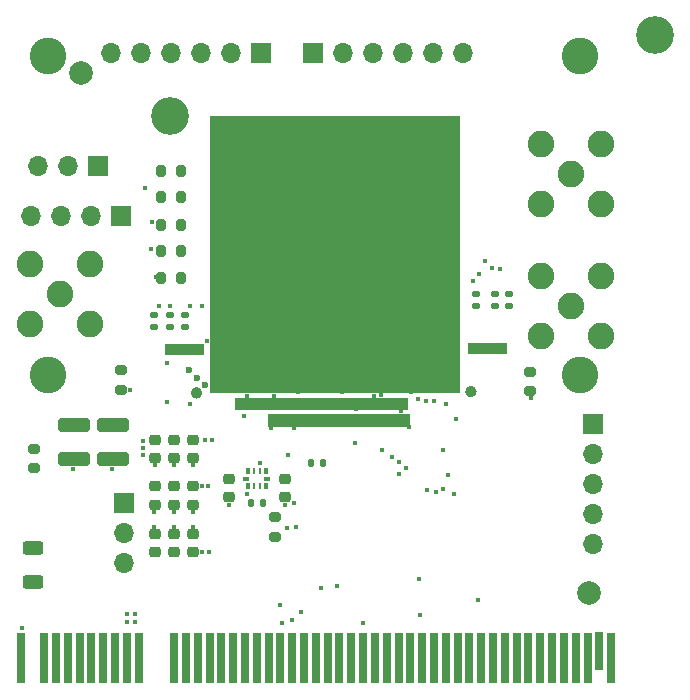
<source format=gbr>
G04 #@! TF.GenerationSoftware,KiCad,Pcbnew,(6.0.10)*
G04 #@! TF.CreationDate,2023-02-01T11:06:55+01:00*
G04 #@! TF.ProjectId,astropix_v3,61737472-6f70-4697-985f-76332e6b6963,1.0*
G04 #@! TF.SameCoordinates,Original*
G04 #@! TF.FileFunction,Soldermask,Top*
G04 #@! TF.FilePolarity,Negative*
%FSLAX46Y46*%
G04 Gerber Fmt 4.6, Leading zero omitted, Abs format (unit mm)*
G04 Created by KiCad (PCBNEW (6.0.10)) date 2023-02-01 11:06:55*
%MOMM*%
%LPD*%
G01*
G04 APERTURE LIST*
G04 Aperture macros list*
%AMRoundRect*
0 Rectangle with rounded corners*
0 $1 Rounding radius*
0 $2 $3 $4 $5 $6 $7 $8 $9 X,Y pos of 4 corners*
0 Add a 4 corners polygon primitive as box body*
4,1,4,$2,$3,$4,$5,$6,$7,$8,$9,$2,$3,0*
0 Add four circle primitives for the rounded corners*
1,1,$1+$1,$2,$3*
1,1,$1+$1,$4,$5*
1,1,$1+$1,$6,$7*
1,1,$1+$1,$8,$9*
0 Add four rect primitives between the rounded corners*
20,1,$1+$1,$2,$3,$4,$5,0*
20,1,$1+$1,$4,$5,$6,$7,0*
20,1,$1+$1,$6,$7,$8,$9,0*
20,1,$1+$1,$8,$9,$2,$3,0*%
G04 Aperture macros list end*
%ADD10C,0.120000*%
%ADD11C,0.475000*%
%ADD12C,0.100000*%
%ADD13C,3.200000*%
%ADD14RoundRect,0.225000X-0.250000X0.225000X-0.250000X-0.225000X0.250000X-0.225000X0.250000X0.225000X0*%
%ADD15C,2.250000*%
%ADD16R,1.700000X1.700000*%
%ADD17O,1.700000X1.700000*%
%ADD18RoundRect,0.249999X1.100001X-0.325001X1.100001X0.325001X-1.100001X0.325001X-1.100001X-0.325001X0*%
%ADD19C,2.000000*%
%ADD20RoundRect,0.249997X-0.625003X0.312503X-0.625003X-0.312503X0.625003X-0.312503X0.625003X0.312503X0*%
%ADD21R,0.300000X0.575000*%
%ADD22R,0.250000X0.575000*%
%ADD23R,0.630000X0.350000*%
%ADD24RoundRect,0.135000X-0.135000X-0.185000X0.135000X-0.185000X0.135000X0.185000X-0.135000X0.185000X0*%
%ADD25R,0.700000X4.300000*%
%ADD26R,0.700000X3.200000*%
%ADD27RoundRect,0.225000X0.250000X-0.225000X0.250000X0.225000X-0.250000X0.225000X-0.250000X-0.225000X0*%
%ADD28RoundRect,0.200000X0.275000X-0.200000X0.275000X0.200000X-0.275000X0.200000X-0.275000X-0.200000X0*%
%ADD29RoundRect,0.135000X0.185000X-0.135000X0.185000X0.135000X-0.185000X0.135000X-0.185000X-0.135000X0*%
%ADD30RoundRect,0.135000X-0.185000X0.135000X-0.185000X-0.135000X0.185000X-0.135000X0.185000X0.135000X0*%
%ADD31C,3.100000*%
%ADD32R,19.210000X19.980000*%
%ADD33R,0.125000X0.500000*%
%ADD34R,0.125000X0.600000*%
%ADD35R,0.100000X0.100000*%
%ADD36R,0.600000X0.125000*%
%ADD37C,0.600000*%
%ADD38RoundRect,0.200000X-0.200000X-0.275000X0.200000X-0.275000X0.200000X0.275000X-0.200000X0.275000X0*%
%ADD39RoundRect,0.200000X-0.275000X0.200000X-0.275000X-0.200000X0.275000X-0.200000X0.275000X0.200000X0*%
%ADD40C,0.450000*%
G04 APERTURE END LIST*
D10*
G04 #@! TO.C,U5*
X124350000Y-83750000D02*
X138867000Y-83750000D01*
X138867000Y-83750000D02*
X138867000Y-84750000D01*
X138867000Y-84750000D02*
X124350000Y-84750000D01*
X124350000Y-84750000D02*
X124350000Y-83750000D01*
G36*
X124350000Y-83750000D02*
G01*
X138867000Y-83750000D01*
X138867000Y-84750000D01*
X124350000Y-84750000D01*
X124350000Y-83750000D01*
G37*
X127154000Y-85150000D02*
X139033000Y-85150000D01*
X139033000Y-85150000D02*
X139033000Y-86150000D01*
X139033000Y-86150000D02*
X127154000Y-86150000D01*
X127154000Y-86150000D02*
X127154000Y-85150000D01*
G36*
X127154000Y-85150000D02*
G01*
X139033000Y-85150000D01*
X139033000Y-86150000D01*
X127154000Y-86150000D01*
X127154000Y-85150000D01*
G37*
D11*
X144537500Y-83250000D02*
G75*
G03*
X144537500Y-83250000I-237500J0D01*
G01*
X121312500Y-83350000D02*
G75*
G03*
X121312500Y-83350000I-237500J0D01*
G01*
G36*
X147250000Y-80000000D02*
G01*
X144050000Y-80000000D01*
X144050000Y-79150000D01*
X147250000Y-79150000D01*
X147250000Y-80000000D01*
G37*
D12*
X147250000Y-80000000D02*
X144050000Y-80000000D01*
X144050000Y-79150000D01*
X147250000Y-79150000D01*
X147250000Y-80000000D01*
G36*
X143250000Y-83300000D02*
G01*
X122250000Y-83300000D01*
X122250000Y-59900000D01*
X143250000Y-59900000D01*
X143250000Y-83300000D01*
G37*
X143250000Y-83300000D02*
X122250000Y-83300000D01*
X122250000Y-59900000D01*
X143250000Y-59900000D01*
X143250000Y-83300000D01*
G36*
X121600000Y-80100000D02*
G01*
X118400000Y-80100000D01*
X118400000Y-79250000D01*
X121600000Y-79250000D01*
X121600000Y-80100000D01*
G37*
X121600000Y-80100000D02*
X118400000Y-80100000D01*
X118400000Y-79250000D01*
X121600000Y-79250000D01*
X121600000Y-80100000D01*
G04 #@! TD*
D13*
G04 #@! TO.C,H2*
X159875000Y-53075000D03*
G04 #@! TD*
D14*
G04 #@! TO.C,C8*
X120751600Y-91274600D03*
X120751600Y-92824600D03*
G04 #@! TD*
G04 #@! TO.C,C9*
X119176800Y-91274600D03*
X119176800Y-92824600D03*
G04 #@! TD*
G04 #@! TO.C,C10*
X117551200Y-91274600D03*
X117551200Y-92824600D03*
G04 #@! TD*
D15*
G04 #@! TO.C,J6*
X109520000Y-75000000D03*
X106980000Y-72460000D03*
X112060000Y-77540000D03*
X106980000Y-77540000D03*
X112060000Y-72460000D03*
G04 #@! TD*
D16*
G04 #@! TO.C,J9*
X126492000Y-54610000D03*
D17*
X123952000Y-54610000D03*
X121412000Y-54610000D03*
X118872000Y-54610000D03*
X116332000Y-54610000D03*
X113792000Y-54610000D03*
G04 #@! TD*
D18*
G04 #@! TO.C,C6*
X110693200Y-88978000D03*
X110693200Y-86028000D03*
G04 #@! TD*
G04 #@! TO.C,C4*
X113995200Y-88978000D03*
X113995200Y-86028000D03*
G04 #@! TD*
D19*
G04 #@! TO.C,FID2*
X154305000Y-100330000D03*
G04 #@! TD*
D20*
G04 #@! TO.C,R1*
X107188000Y-96479900D03*
X107188000Y-99404900D03*
G04 #@! TD*
D16*
G04 #@! TO.C,J10*
X130937000Y-54610000D03*
D17*
X133477000Y-54610000D03*
X136017000Y-54610000D03*
X138557000Y-54610000D03*
X141097000Y-54610000D03*
X143637000Y-54610000D03*
G04 #@! TD*
D21*
G04 #@! TO.C,U2*
X125410001Y-91237504D03*
D22*
X125910001Y-91237504D03*
X126410001Y-91237504D03*
D21*
X126910001Y-91237504D03*
D23*
X127020001Y-90600004D03*
D21*
X126910001Y-89962504D03*
D22*
X126410001Y-89962504D03*
X125910001Y-89962504D03*
D21*
X125410001Y-89962504D03*
D23*
X125300001Y-90600004D03*
G04 #@! TD*
D24*
G04 #@! TO.C,R3*
X125650001Y-92682804D03*
X126670001Y-92682804D03*
G04 #@! TD*
D14*
G04 #@! TO.C,C12*
X128573001Y-90637804D03*
X128573001Y-92187804D03*
G04 #@! TD*
D25*
G04 #@! TO.C,J1*
X106172000Y-105791000D03*
X108172000Y-105791000D03*
X109172000Y-105791000D03*
X110172000Y-105791000D03*
X111172000Y-105791000D03*
X112172000Y-105791000D03*
X113172000Y-105791000D03*
X114172000Y-105791000D03*
X115172000Y-105791000D03*
X116172000Y-105791000D03*
X119172000Y-105791000D03*
X120172000Y-105791000D03*
X121172000Y-105791000D03*
X122172000Y-105791000D03*
X123172000Y-105791000D03*
X124172000Y-105791000D03*
X125172000Y-105791000D03*
X126172000Y-105791000D03*
X127172000Y-105791000D03*
X128172000Y-105791000D03*
X129172000Y-105791000D03*
X130172000Y-105791000D03*
X131172000Y-105791000D03*
X132172000Y-105791000D03*
X133172000Y-105791000D03*
X134172000Y-105791000D03*
X135172000Y-105791000D03*
X136172000Y-105791000D03*
X137172000Y-105791000D03*
X138172000Y-105791000D03*
X139172000Y-105791000D03*
X140172000Y-105791000D03*
X141172000Y-105791000D03*
X142172000Y-105791000D03*
X143172000Y-105791000D03*
X144172000Y-105791000D03*
X145172000Y-105791000D03*
X146172000Y-105791000D03*
X147172000Y-105791000D03*
X148172000Y-105791000D03*
X149172000Y-105791000D03*
X150172000Y-105791000D03*
X151172000Y-105791000D03*
X152172000Y-105791000D03*
X153172000Y-105791000D03*
X154172000Y-105791000D03*
D26*
X155172000Y-105241000D03*
D25*
X156172000Y-105791000D03*
G04 #@! TD*
D16*
G04 #@! TO.C,JP1*
X114909600Y-92710000D03*
D17*
X114909600Y-95250000D03*
X114909600Y-97790000D03*
G04 #@! TD*
D27*
G04 #@! TO.C,C11*
X120751600Y-96863200D03*
X120751600Y-95313200D03*
G04 #@! TD*
G04 #@! TO.C,C13*
X119151400Y-96863200D03*
X119151400Y-95313200D03*
G04 #@! TD*
D14*
G04 #@! TO.C,C7*
X123797801Y-90637804D03*
X123797801Y-92187804D03*
G04 #@! TD*
D28*
G04 #@! TO.C,R12*
X107315000Y-89725000D03*
X107315000Y-88075000D03*
G04 #@! TD*
D27*
G04 #@! TO.C,C14*
X117576600Y-96863200D03*
X117576600Y-95313200D03*
G04 #@! TD*
D29*
G04 #@! TO.C,R13*
X120100000Y-77810000D03*
X120100000Y-76790000D03*
G04 #@! TD*
G04 #@! TO.C,R14*
X117500000Y-77810000D03*
X117500000Y-76790000D03*
G04 #@! TD*
D30*
G04 #@! TO.C,R17*
X146300000Y-74990000D03*
X146300000Y-76010000D03*
G04 #@! TD*
G04 #@! TO.C,R18*
X144700000Y-74990000D03*
X144700000Y-76010000D03*
G04 #@! TD*
D29*
G04 #@! TO.C,R10*
X118800000Y-77810000D03*
X118800000Y-76790000D03*
G04 #@! TD*
D30*
G04 #@! TO.C,R8*
X147500000Y-74990000D03*
X147500000Y-76010000D03*
G04 #@! TD*
D13*
G04 #@! TO.C,H1*
X118850000Y-59950000D03*
G04 #@! TD*
D19*
G04 #@! TO.C,FID1*
X111300000Y-56300000D03*
G04 #@! TD*
D15*
G04 #@! TO.C,J5*
X152800000Y-64800000D03*
X155340000Y-67340000D03*
X155340000Y-62260000D03*
X150260000Y-62260000D03*
X150260000Y-67340000D03*
G04 #@! TD*
D31*
G04 #@! TO.C,H3*
X108500000Y-81800000D03*
X153500000Y-81800000D03*
X153500000Y-54800000D03*
X108500000Y-54800000D03*
G04 #@! TD*
D28*
G04 #@! TO.C,R11*
X114650000Y-83075000D03*
X114650000Y-81425000D03*
G04 #@! TD*
D15*
G04 #@! TO.C,J4*
X152800000Y-76000000D03*
X150260000Y-78540000D03*
X155340000Y-73460000D03*
X150260000Y-73460000D03*
X155340000Y-78540000D03*
G04 #@! TD*
D32*
G04 #@! TO.C,U5*
X132705000Y-70600000D03*
D33*
X123725000Y-82940000D03*
X123850000Y-82940000D03*
X123975000Y-82940000D03*
X124110000Y-82940000D03*
D34*
X124585000Y-84250000D03*
X125385000Y-82850000D03*
X125585000Y-84250000D03*
X127385000Y-85700000D03*
X127585000Y-82850000D03*
X129385000Y-85700000D03*
X129585000Y-82850000D03*
X131535000Y-85700000D03*
X131785000Y-85700000D03*
X131985000Y-82850000D03*
X132085000Y-85700000D03*
X132185000Y-84250000D03*
X132285000Y-82850000D03*
X132385000Y-85700000D03*
X132485000Y-84250000D03*
X132585000Y-82850000D03*
X132685000Y-85700000D03*
X132785000Y-84250000D03*
X132885000Y-82850000D03*
X132985000Y-85700000D03*
X133185000Y-82850000D03*
X134685000Y-85700000D03*
X134785000Y-84250000D03*
X135085000Y-84250000D03*
X135285000Y-85700000D03*
X135485000Y-82850000D03*
X135585000Y-85700000D03*
X135685000Y-84250000D03*
X135785000Y-82850000D03*
X135885000Y-85700000D03*
X136085000Y-82850000D03*
X136685000Y-82850000D03*
X136785000Y-85700000D03*
X136885000Y-84250000D03*
X136985000Y-82850000D03*
X137285000Y-82850000D03*
X137385000Y-85700000D03*
X137485000Y-84250000D03*
X137785000Y-84250000D03*
X138085000Y-84250000D03*
X138385000Y-84250000D03*
X138685000Y-84250000D03*
D35*
X138785000Y-81600000D03*
D34*
X138885000Y-85700000D03*
X139985000Y-83025000D03*
X140285000Y-83025000D03*
X140585000Y-83025000D03*
X140885000Y-83025000D03*
D33*
X141465000Y-83013000D03*
X141590000Y-83013000D03*
X141715000Y-83013000D03*
X141850000Y-83013000D03*
D36*
X118850000Y-79345000D03*
X120050000Y-79445000D03*
X121200000Y-79545000D03*
X118850000Y-79645000D03*
X120050000Y-79745000D03*
X121200000Y-79845000D03*
X146800000Y-79845000D03*
X145600000Y-79745000D03*
X144450000Y-79645000D03*
X146800000Y-79545000D03*
X145600000Y-79445000D03*
X144450000Y-79345000D03*
D37*
X120400000Y-81400000D03*
X121100000Y-82100000D03*
X121800000Y-82700000D03*
G04 #@! TD*
D16*
G04 #@! TO.C,J2*
X114700000Y-68400000D03*
D17*
X112160000Y-68400000D03*
X109620000Y-68400000D03*
X107080000Y-68400000D03*
G04 #@! TD*
D38*
G04 #@! TO.C,R9*
X118100000Y-66800000D03*
X119750000Y-66800000D03*
G04 #@! TD*
D14*
G04 #@! TO.C,C2*
X120800000Y-87325000D03*
X120800000Y-88875000D03*
G04 #@! TD*
D38*
G04 #@! TO.C,R16*
X118100000Y-71300000D03*
X119750000Y-71300000D03*
G04 #@! TD*
D14*
G04 #@! TO.C,C15*
X119150000Y-87325000D03*
X119150000Y-88875000D03*
G04 #@! TD*
D24*
G04 #@! TO.C,R4*
X130790000Y-89300000D03*
X131810000Y-89300000D03*
G04 #@! TD*
D38*
G04 #@! TO.C,R19*
X118100000Y-73600000D03*
X119750000Y-73600000D03*
G04 #@! TD*
D39*
G04 #@! TO.C,R5*
X127700000Y-93900000D03*
X127700000Y-95550000D03*
G04 #@! TD*
D38*
G04 #@! TO.C,R6*
X118100000Y-64600000D03*
X119750000Y-64600000D03*
G04 #@! TD*
D16*
G04 #@! TO.C,J7*
X112700000Y-64100000D03*
D17*
X110160000Y-64100000D03*
X107620000Y-64100000D03*
G04 #@! TD*
D16*
G04 #@! TO.C,J3*
X154600000Y-85960000D03*
D17*
X154600000Y-88500000D03*
X154600000Y-91040000D03*
X154600000Y-93580000D03*
X154600000Y-96120000D03*
G04 #@! TD*
D14*
G04 #@! TO.C,C1*
X117550000Y-87325000D03*
X117550000Y-88875000D03*
G04 #@! TD*
D38*
G04 #@! TO.C,R15*
X118100000Y-69100000D03*
X119750000Y-69100000D03*
G04 #@! TD*
D39*
G04 #@! TO.C,R2*
X149300000Y-81575000D03*
X149300000Y-83225000D03*
G04 #@! TD*
D40*
X138300000Y-79400000D03*
X122025400Y-91274600D03*
X121523700Y-91274600D03*
X121551404Y-96863200D03*
X122123200Y-96850200D03*
X118600000Y-84100000D03*
X142200000Y-84300000D03*
X120525279Y-84289388D03*
X115400000Y-83100000D03*
X136800000Y-88200000D03*
X141900000Y-88200000D03*
X129901386Y-101901386D03*
X128750000Y-94800000D03*
X143000000Y-85600000D03*
X136085000Y-83635000D03*
X135200000Y-102800000D03*
X134508715Y-87608887D03*
X141312479Y-91777953D03*
X140561501Y-91609631D03*
X138175249Y-90216461D03*
X128800000Y-88600000D03*
X128300000Y-102850000D03*
X129338489Y-92700000D03*
X129500000Y-94700000D03*
X128547601Y-92809810D03*
X139088000Y-86200000D03*
X120777000Y-94742000D03*
X125347197Y-91920804D03*
X136657557Y-83538000D03*
X149411002Y-83757228D03*
X125385000Y-83585000D03*
X117500400Y-93421200D03*
X129338000Y-86300000D03*
X119150000Y-89450000D03*
X115824000Y-102717600D03*
X119176800Y-93421200D03*
X134611520Y-84750000D03*
X129700000Y-83300000D03*
X115214400Y-102743000D03*
X120800000Y-89450000D03*
X131750000Y-83000000D03*
X120751600Y-93421200D03*
X117550000Y-89450000D03*
X115824000Y-102108000D03*
X138350000Y-84900000D03*
X110642400Y-89814400D03*
X117500388Y-94691200D03*
X123797801Y-92835204D03*
X133350000Y-83250000D03*
X119151402Y-94691200D03*
X127600000Y-83600000D03*
X126439401Y-89253804D03*
X115214400Y-102108000D03*
X127400000Y-86300000D03*
X135412000Y-86100000D03*
X137550000Y-82850000D03*
X113944400Y-89814398D03*
X129150000Y-102600000D03*
X128152446Y-101285102D03*
X106297030Y-103276400D03*
X117900000Y-76000000D03*
X118807298Y-76007298D03*
X121991250Y-78991250D03*
X121500000Y-76000000D03*
X120552861Y-75952861D03*
X146100000Y-72800000D03*
X144500000Y-73900000D03*
X146800000Y-72900000D03*
X145500000Y-72200000D03*
X144997500Y-73300000D03*
X132981510Y-99685838D03*
X131600000Y-99900000D03*
X139900000Y-99100000D03*
X144900000Y-100900000D03*
X141200000Y-84000000D03*
X116694142Y-66014314D03*
X140500000Y-84000000D03*
X117325000Y-68875000D03*
X117193164Y-71138907D03*
X139808672Y-83891328D03*
X139208672Y-83291328D03*
X117605164Y-73544836D03*
X137600000Y-88800000D03*
X142400000Y-90300000D03*
X138212281Y-89200000D03*
X142899244Y-91901275D03*
X138788000Y-89673383D03*
X141932656Y-91517344D03*
X116550000Y-88650000D03*
X122400000Y-87300000D03*
X116550000Y-87400000D03*
X116550000Y-88000000D03*
X121800000Y-87300000D03*
X139950000Y-102150000D03*
X125100000Y-85300000D03*
X118600000Y-80800000D03*
M02*

</source>
